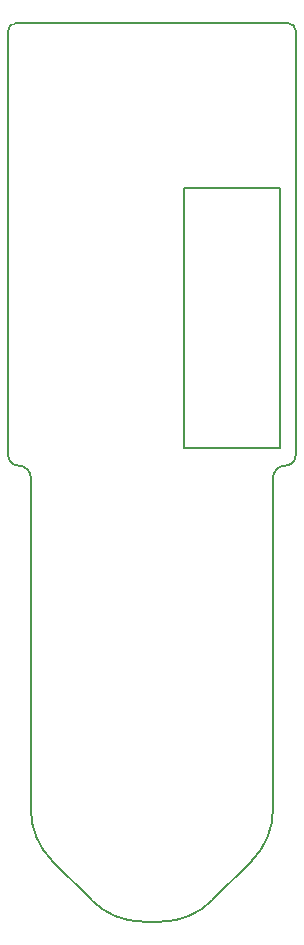
<source format=gm1>
G04*
G04 #@! TF.GenerationSoftware,Altium Limited,Altium Designer,20.2.5 (213)*
G04*
G04 Layer_Color=16711935*
%FSLAX25Y25*%
%MOIN*%
G70*
G04*
G04 #@! TF.SameCoordinates,C660A1F6-99E0-4939-AC29-5E4AD158EB90*
G04*
G04*
G04 #@! TF.FilePolarity,Positive*
G04*
G01*
G75*
%ADD11C,0.00591*%
D11*
X-45439Y89830D02*
G03*
X-47933Y87335I0J-2495D01*
G01*
Y-54134D02*
G03*
X-44390Y-57677I3543J0D01*
G01*
X-40354Y-61713D02*
G03*
X-44390Y-57677I-4035J0D01*
G01*
X-40354Y-172283D02*
G03*
X-33283Y-189355I24142J0D01*
G01*
X-20063Y-202575D02*
G03*
X-2992Y-209646I17071J17071D01*
G01*
X2992D02*
G03*
X20063Y-202575I0J24142D01*
G01*
X33283Y-189355D02*
G03*
X40354Y-172283I-17071J17071D01*
G01*
X44390Y-57677D02*
G03*
X40354Y-61713I0J-4035D01*
G01*
X44390Y-57677D02*
G03*
X47933Y-54134I0J3543D01*
G01*
Y87335D02*
G03*
X45439Y89830I-2495J0D01*
G01*
X-45261Y89831D02*
X45439Y89830D01*
X42815Y-51807D02*
Y34807D01*
X10531D02*
X42815D01*
X10531Y-51807D02*
Y34807D01*
Y-51807D02*
X42815D01*
X-47933Y-54134D02*
Y87335D01*
X-40354Y-172283D02*
Y-61713D01*
X-33283Y-189355D02*
X-20063Y-202575D01*
X-2992Y-209646D02*
X0D01*
X2992D01*
X20063Y-202575D02*
X33283Y-189355D01*
X40354Y-172283D02*
Y-61713D01*
X47933Y-54134D02*
Y87335D01*
X10531Y-51807D02*
Y34807D01*
Y-51807D02*
X42815D01*
Y34807D01*
X10531D02*
X42815D01*
M02*

</source>
